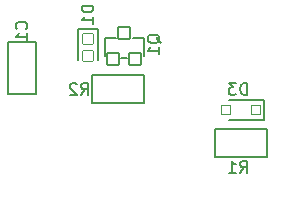
<source format=gbo>
G04 #@! TF.GenerationSoftware,KiCad,Pcbnew,7.0.9*
G04 #@! TF.CreationDate,2023-12-23T15:45:12+01:00*
G04 #@! TF.ProjectId,connecting-connector-1-wire,636f6e6e-6563-4746-996e-672d636f6e6e,v1.0*
G04 #@! TF.SameCoordinates,Original*
G04 #@! TF.FileFunction,Legend,Bot*
G04 #@! TF.FilePolarity,Positive*
%FSLAX46Y46*%
G04 Gerber Fmt 4.6, Leading zero omitted, Abs format (unit mm)*
G04 Created by KiCad (PCBNEW 7.0.9) date 2023-12-23 15:45:12*
%MOMM*%
%LPD*%
G01*
G04 APERTURE LIST*
G04 Aperture macros list*
%AMRoundRect*
0 Rectangle with rounded corners*
0 $1 Rounding radius*
0 $2 $3 $4 $5 $6 $7 $8 $9 X,Y pos of 4 corners*
0 Add a 4 corners polygon primitive as box body*
4,1,4,$2,$3,$4,$5,$6,$7,$8,$9,$2,$3,0*
0 Add four circle primitives for the rounded corners*
1,1,$1+$1,$2,$3*
1,1,$1+$1,$4,$5*
1,1,$1+$1,$6,$7*
1,1,$1+$1,$8,$9*
0 Add four rect primitives between the rounded corners*
20,1,$1+$1,$2,$3,$4,$5,0*
20,1,$1+$1,$4,$5,$6,$7,0*
20,1,$1+$1,$6,$7,$8,$9,0*
20,1,$1+$1,$8,$9,$2,$3,0*%
%AMFreePoly0*
4,1,13,0.686062,0.936062,0.701000,0.900000,0.701000,-0.900000,0.686062,-0.936062,0.650000,-0.951000,-0.650000,-0.951000,-0.686062,-0.936062,-0.701000,-0.900000,-0.701000,0.900000,-0.686062,0.936062,-0.650000,0.951000,0.650000,0.951000,0.686062,0.936062,0.686062,0.936062,$1*%
G04 Aperture macros list end*
%ADD10C,0.160000*%
%ADD11C,3.300000*%
%ADD12C,6.102000*%
%ADD13C,3.402000*%
%ADD14C,1.602000*%
%ADD15RoundRect,0.051000X1.750000X-1.750000X1.750000X1.750000X-1.750000X1.750000X-1.750000X-1.750000X0*%
%ADD16C,3.602000*%
%ADD17RoundRect,0.051000X-0.450000X0.450000X-0.450000X-0.450000X0.450000X-0.450000X0.450000X0.450000X0*%
%ADD18FreePoly0,270.000000*%
%ADD19RoundRect,0.051000X0.400000X0.400000X-0.400000X0.400000X-0.400000X-0.400000X0.400000X-0.400000X0*%
%ADD20RoundRect,0.051000X0.500000X-0.500000X0.500000X0.500000X-0.500000X0.500000X-0.500000X-0.500000X0*%
%ADD21FreePoly0,0.000000*%
%ADD22C,0.902000*%
G04 APERTURE END LIST*
D10*
X137278299Y-74998905D02*
X136278299Y-74998905D01*
X136278299Y-74998905D02*
X136278299Y-75237000D01*
X136278299Y-75237000D02*
X136325918Y-75379857D01*
X136325918Y-75379857D02*
X136421156Y-75475095D01*
X136421156Y-75475095D02*
X136516394Y-75522714D01*
X136516394Y-75522714D02*
X136706870Y-75570333D01*
X136706870Y-75570333D02*
X136849727Y-75570333D01*
X136849727Y-75570333D02*
X137040203Y-75522714D01*
X137040203Y-75522714D02*
X137135441Y-75475095D01*
X137135441Y-75475095D02*
X137230680Y-75379857D01*
X137230680Y-75379857D02*
X137278299Y-75237000D01*
X137278299Y-75237000D02*
X137278299Y-74998905D01*
X137278299Y-76522714D02*
X137278299Y-75951286D01*
X137278299Y-76237000D02*
X136278299Y-76237000D01*
X136278299Y-76237000D02*
X136421156Y-76141762D01*
X136421156Y-76141762D02*
X136516394Y-76046524D01*
X136516394Y-76046524D02*
X136564013Y-75951286D01*
X131595060Y-76967333D02*
X131642680Y-76919714D01*
X131642680Y-76919714D02*
X131690299Y-76776857D01*
X131690299Y-76776857D02*
X131690299Y-76681619D01*
X131690299Y-76681619D02*
X131642680Y-76538762D01*
X131642680Y-76538762D02*
X131547441Y-76443524D01*
X131547441Y-76443524D02*
X131452203Y-76395905D01*
X131452203Y-76395905D02*
X131261727Y-76348286D01*
X131261727Y-76348286D02*
X131118870Y-76348286D01*
X131118870Y-76348286D02*
X130928394Y-76395905D01*
X130928394Y-76395905D02*
X130833156Y-76443524D01*
X130833156Y-76443524D02*
X130737918Y-76538762D01*
X130737918Y-76538762D02*
X130690299Y-76681619D01*
X130690299Y-76681619D02*
X130690299Y-76776857D01*
X130690299Y-76776857D02*
X130737918Y-76919714D01*
X130737918Y-76919714D02*
X130785537Y-76967333D01*
X131690299Y-77919714D02*
X131690299Y-77348286D01*
X131690299Y-77634000D02*
X130690299Y-77634000D01*
X130690299Y-77634000D02*
X130833156Y-77538762D01*
X130833156Y-77538762D02*
X130928394Y-77443524D01*
X130928394Y-77443524D02*
X130976013Y-77348286D01*
X150262094Y-82541299D02*
X150262094Y-81541299D01*
X150262094Y-81541299D02*
X150023999Y-81541299D01*
X150023999Y-81541299D02*
X149881142Y-81588918D01*
X149881142Y-81588918D02*
X149785904Y-81684156D01*
X149785904Y-81684156D02*
X149738285Y-81779394D01*
X149738285Y-81779394D02*
X149690666Y-81969870D01*
X149690666Y-81969870D02*
X149690666Y-82112727D01*
X149690666Y-82112727D02*
X149738285Y-82303203D01*
X149738285Y-82303203D02*
X149785904Y-82398441D01*
X149785904Y-82398441D02*
X149881142Y-82493680D01*
X149881142Y-82493680D02*
X150023999Y-82541299D01*
X150023999Y-82541299D02*
X150262094Y-82541299D01*
X149357332Y-81541299D02*
X148738285Y-81541299D01*
X148738285Y-81541299D02*
X149071618Y-81922251D01*
X149071618Y-81922251D02*
X148928761Y-81922251D01*
X148928761Y-81922251D02*
X148833523Y-81969870D01*
X148833523Y-81969870D02*
X148785904Y-82017489D01*
X148785904Y-82017489D02*
X148738285Y-82112727D01*
X148738285Y-82112727D02*
X148738285Y-82350822D01*
X148738285Y-82350822D02*
X148785904Y-82446060D01*
X148785904Y-82446060D02*
X148833523Y-82493680D01*
X148833523Y-82493680D02*
X148928761Y-82541299D01*
X148928761Y-82541299D02*
X149214475Y-82541299D01*
X149214475Y-82541299D02*
X149309713Y-82493680D01*
X149309713Y-82493680D02*
X149357332Y-82446060D01*
X142961537Y-78181761D02*
X142913918Y-78086523D01*
X142913918Y-78086523D02*
X142818680Y-77991285D01*
X142818680Y-77991285D02*
X142675822Y-77848428D01*
X142675822Y-77848428D02*
X142628203Y-77753190D01*
X142628203Y-77753190D02*
X142628203Y-77657952D01*
X142866299Y-77705571D02*
X142818680Y-77610333D01*
X142818680Y-77610333D02*
X142723441Y-77515095D01*
X142723441Y-77515095D02*
X142532965Y-77467476D01*
X142532965Y-77467476D02*
X142199632Y-77467476D01*
X142199632Y-77467476D02*
X142009156Y-77515095D01*
X142009156Y-77515095D02*
X141913918Y-77610333D01*
X141913918Y-77610333D02*
X141866299Y-77705571D01*
X141866299Y-77705571D02*
X141866299Y-77896047D01*
X141866299Y-77896047D02*
X141913918Y-77991285D01*
X141913918Y-77991285D02*
X142009156Y-78086523D01*
X142009156Y-78086523D02*
X142199632Y-78134142D01*
X142199632Y-78134142D02*
X142532965Y-78134142D01*
X142532965Y-78134142D02*
X142723441Y-78086523D01*
X142723441Y-78086523D02*
X142818680Y-77991285D01*
X142818680Y-77991285D02*
X142866299Y-77896047D01*
X142866299Y-77896047D02*
X142866299Y-77705571D01*
X142866299Y-79086523D02*
X142866299Y-78515095D01*
X142866299Y-78800809D02*
X141866299Y-78800809D01*
X141866299Y-78800809D02*
X142009156Y-78705571D01*
X142009156Y-78705571D02*
X142104394Y-78610333D01*
X142104394Y-78610333D02*
X142152013Y-78515095D01*
X149690666Y-89145299D02*
X150023999Y-88669108D01*
X150262094Y-89145299D02*
X150262094Y-88145299D01*
X150262094Y-88145299D02*
X149881142Y-88145299D01*
X149881142Y-88145299D02*
X149785904Y-88192918D01*
X149785904Y-88192918D02*
X149738285Y-88240537D01*
X149738285Y-88240537D02*
X149690666Y-88335775D01*
X149690666Y-88335775D02*
X149690666Y-88478632D01*
X149690666Y-88478632D02*
X149738285Y-88573870D01*
X149738285Y-88573870D02*
X149785904Y-88621489D01*
X149785904Y-88621489D02*
X149881142Y-88669108D01*
X149881142Y-88669108D02*
X150262094Y-88669108D01*
X148738285Y-89145299D02*
X149309713Y-89145299D01*
X149023999Y-89145299D02*
X149023999Y-88145299D01*
X149023999Y-88145299D02*
X149119237Y-88288156D01*
X149119237Y-88288156D02*
X149214475Y-88383394D01*
X149214475Y-88383394D02*
X149309713Y-88431013D01*
X136228666Y-82541299D02*
X136561999Y-82065108D01*
X136800094Y-82541299D02*
X136800094Y-81541299D01*
X136800094Y-81541299D02*
X136419142Y-81541299D01*
X136419142Y-81541299D02*
X136323904Y-81588918D01*
X136323904Y-81588918D02*
X136276285Y-81636537D01*
X136276285Y-81636537D02*
X136228666Y-81731775D01*
X136228666Y-81731775D02*
X136228666Y-81874632D01*
X136228666Y-81874632D02*
X136276285Y-81969870D01*
X136276285Y-81969870D02*
X136323904Y-82017489D01*
X136323904Y-82017489D02*
X136419142Y-82065108D01*
X136419142Y-82065108D02*
X136800094Y-82065108D01*
X135847713Y-81636537D02*
X135800094Y-81588918D01*
X135800094Y-81588918D02*
X135704856Y-81541299D01*
X135704856Y-81541299D02*
X135466761Y-81541299D01*
X135466761Y-81541299D02*
X135371523Y-81588918D01*
X135371523Y-81588918D02*
X135323904Y-81636537D01*
X135323904Y-81636537D02*
X135276285Y-81731775D01*
X135276285Y-81731775D02*
X135276285Y-81827013D01*
X135276285Y-81827013D02*
X135323904Y-81969870D01*
X135323904Y-81969870D02*
X135895332Y-82541299D01*
X135895332Y-82541299D02*
X135276285Y-82541299D01*
X135974000Y-77007000D02*
X137674000Y-77007000D01*
X135974000Y-77007000D02*
X135974000Y-79581000D01*
X137674000Y-77007000D02*
X137674000Y-79581000D01*
X130056000Y-78109000D02*
X130056000Y-82509000D01*
X132416000Y-78109000D02*
X130056000Y-78109000D01*
X130056000Y-82509000D02*
X132416000Y-82509000D01*
X132416000Y-82509000D02*
X132416000Y-78109000D01*
X151746500Y-83015000D02*
X151746500Y-84715000D01*
X151746500Y-83015000D02*
X148728000Y-83015000D01*
X151746500Y-84715000D02*
X148728000Y-84715000D01*
X140126000Y-79420000D02*
X139618000Y-79420000D01*
X141523000Y-77771000D02*
X141523000Y-79293000D01*
X141523000Y-77771000D02*
X140593000Y-77771000D01*
X138221000Y-77771000D02*
X138221000Y-79231000D01*
X138221000Y-77771000D02*
X139151000Y-77771000D01*
X147578000Y-87839000D02*
X151978000Y-87839000D01*
X147578000Y-85479000D02*
X147578000Y-87839000D01*
X151978000Y-87839000D02*
X151978000Y-85479000D01*
X151978000Y-85479000D02*
X147578000Y-85479000D01*
X137164000Y-83267000D02*
X141564000Y-83267000D01*
X137164000Y-80907000D02*
X137164000Y-83267000D01*
X141564000Y-83267000D02*
X141564000Y-80907000D01*
X141564000Y-80907000D02*
X137164000Y-80907000D01*
D11*
X152826000Y-90470000D03*
X152826000Y-79038000D03*
%LPC*%
D12*
X127934000Y-71419000D03*
X156636000Y-71419000D03*
X156636000Y-97327000D03*
X128188000Y-97327000D03*
D13*
X152826000Y-90470000D03*
X152826000Y-79038000D03*
D14*
X146476000Y-89198000D03*
X143936000Y-87928000D03*
X146476000Y-86658000D03*
X143936000Y-85388000D03*
X146476000Y-84118000D03*
X143936000Y-82848000D03*
X146476000Y-81578000D03*
X143936000Y-80308000D03*
D15*
X127426000Y-79674000D03*
D16*
X127426000Y-84754000D03*
X127426000Y-89834000D03*
D17*
X136824000Y-77806000D03*
X136824000Y-79256000D03*
D18*
X131236000Y-79039000D03*
X131236000Y-81579000D03*
D19*
X151048000Y-83865000D03*
X148508000Y-83865000D03*
D20*
X140822000Y-79531000D03*
X138922000Y-79531000D03*
X139872000Y-77331000D03*
D21*
X148508000Y-86659000D03*
X151048000Y-86659000D03*
X138094000Y-82087000D03*
X140634000Y-82087000D03*
D22*
X134284000Y-88691000D03*
%LPD*%
M02*

</source>
